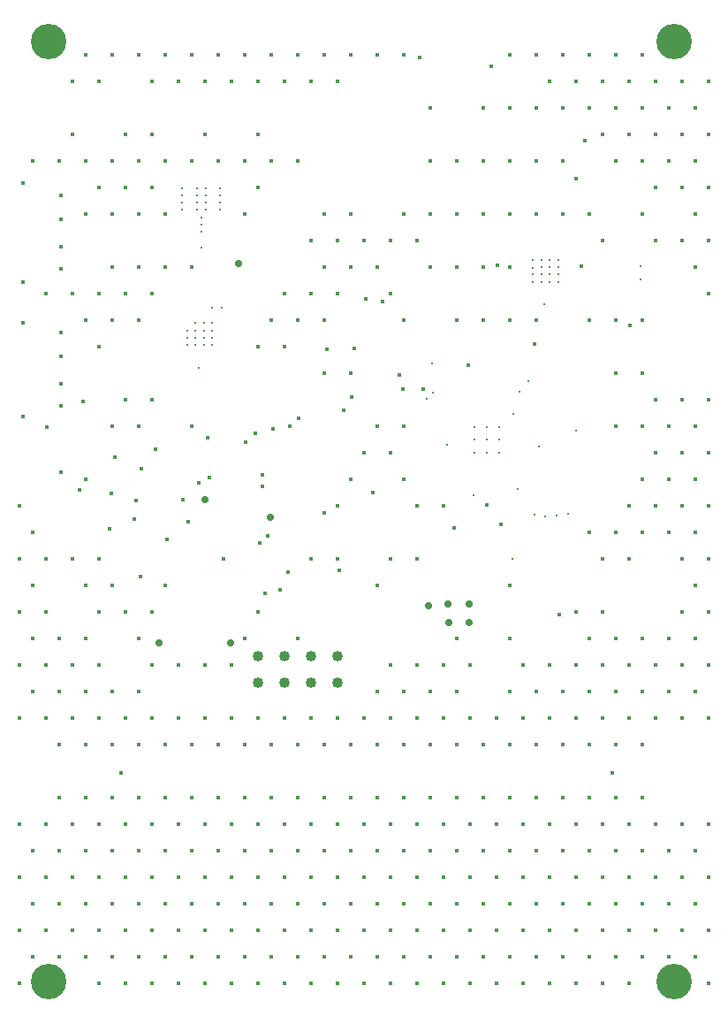
<source format=gbr>
%TF.GenerationSoftware,Altium Limited,Altium Designer,20.2.4 (192)*%
G04 Layer_Color=0*
%FSLAX25Y25*%
%MOIN*%
%TF.SameCoordinates,DD73C85C-3220-4851-94E8-9B28512026BA*%
%TF.FilePolarity,Positive*%
%TF.FileFunction,Plated,1,4,PTH,Drill*%
%TF.Part,Single*%
G01*
G75*
%TA.AperFunction,ComponentDrill*%
%ADD138C,0.13386*%
%ADD139C,0.04000*%
%TA.AperFunction,ViaDrill,NotFilled*%
%ADD140C,0.01181*%
%ADD141C,0.01299*%
%ADD142C,0.01575*%
%ADD143C,0.02800*%
D138*
X255906Y19685D02*
D03*
X19685D02*
D03*
X255906Y374016D02*
D03*
X19685D02*
D03*
D139*
X98779Y142358D02*
D03*
Y132358D02*
D03*
X108780Y142358D02*
D03*
Y132358D02*
D03*
X118780Y142358D02*
D03*
Y132358D02*
D03*
X128779Y142358D02*
D03*
Y132358D02*
D03*
D140*
X206835Y275208D02*
D03*
X202512Y291886D02*
D03*
X205660Y286375D02*
D03*
X208809D02*
D03*
Y283619D02*
D03*
X205660D02*
D03*
Y289131D02*
D03*
X208809D02*
D03*
Y291886D02*
D03*
X202510Y283619D02*
D03*
Y286375D02*
D03*
X205660Y291886D02*
D03*
X202512Y288963D02*
D03*
X211959Y291886D02*
D03*
Y286375D02*
D03*
Y289131D02*
D03*
Y283619D02*
D03*
X85039Y273720D02*
D03*
X81496D02*
D03*
X76378Y251218D02*
D03*
X81496Y259782D02*
D03*
Y265293D02*
D03*
Y262537D02*
D03*
Y268048D02*
D03*
X72215Y265126D02*
D03*
X75197Y268048D02*
D03*
X72047Y262537D02*
D03*
Y259782D02*
D03*
X78347Y268048D02*
D03*
Y265293D02*
D03*
X75197D02*
D03*
Y259782D02*
D03*
X78347D02*
D03*
Y262537D02*
D03*
X75197D02*
D03*
X77362Y296457D02*
D03*
X77362Y305118D02*
D03*
Y302362D02*
D03*
Y307874D02*
D03*
X84350Y318896D02*
D03*
Y316142D02*
D03*
Y310630D02*
D03*
Y313386D02*
D03*
X70276Y318896D02*
D03*
Y316142D02*
D03*
Y310630D02*
D03*
Y313386D02*
D03*
X75732D02*
D03*
X79150D02*
D03*
Y310630D02*
D03*
X75732D02*
D03*
Y316142D02*
D03*
X79150D02*
D03*
Y318896D02*
D03*
X75732D02*
D03*
X194685Y179007D02*
D03*
X164567Y252770D02*
D03*
X164732Y241917D02*
D03*
X218898Y227319D02*
D03*
X194980Y233815D02*
D03*
X207087Y195232D02*
D03*
X202953Y195823D02*
D03*
X211559Y195626D02*
D03*
X215748Y196019D02*
D03*
X162598Y239327D02*
D03*
X196795Y205523D02*
D03*
X180260Y203075D02*
D03*
X204866Y221382D02*
D03*
X200929Y246185D02*
D03*
X197583Y242105D02*
D03*
X170024Y222169D02*
D03*
D141*
X243110Y289327D02*
D03*
Y284602D02*
D03*
X180315Y228697D02*
D03*
X185039D02*
D03*
X189764D02*
D03*
X180315Y223972D02*
D03*
X185039D02*
D03*
X189764D02*
D03*
X180315Y219248D02*
D03*
X185039D02*
D03*
X189764D02*
D03*
D142*
X19089Y228948D02*
D03*
X24409Y245215D02*
D03*
Y255451D02*
D03*
Y236706D02*
D03*
X10214Y232710D02*
D03*
X24409Y264506D02*
D03*
X10214Y268048D02*
D03*
X10258Y320866D02*
D03*
X24409Y316142D02*
D03*
X10258Y283465D02*
D03*
X24409Y288342D02*
D03*
Y307087D02*
D03*
Y296850D02*
D03*
X268779Y358972D02*
D03*
Y338972D02*
D03*
Y318972D02*
D03*
Y298972D02*
D03*
Y278972D02*
D03*
Y238972D02*
D03*
Y218972D02*
D03*
Y198972D02*
D03*
Y178972D02*
D03*
Y158972D02*
D03*
Y138972D02*
D03*
Y118972D02*
D03*
Y78972D02*
D03*
Y58972D02*
D03*
Y38972D02*
D03*
Y18972D02*
D03*
X258780Y358972D02*
D03*
X263779Y348972D02*
D03*
X258780Y338972D02*
D03*
X263779Y328972D02*
D03*
X258780Y318972D02*
D03*
X263779Y308972D02*
D03*
X258780Y298972D02*
D03*
X263779Y288972D02*
D03*
X258780Y238972D02*
D03*
X263779Y228972D02*
D03*
X258780Y218972D02*
D03*
X263779Y208972D02*
D03*
X258780Y198972D02*
D03*
X263779Y188972D02*
D03*
X258780Y178972D02*
D03*
X263779Y168972D02*
D03*
X258780Y158972D02*
D03*
X263779Y148972D02*
D03*
X258780Y138972D02*
D03*
X263779Y128972D02*
D03*
X258780Y118972D02*
D03*
Y78972D02*
D03*
X263779Y68972D02*
D03*
X258780Y58972D02*
D03*
X263779Y48972D02*
D03*
X258780Y38972D02*
D03*
X263779Y28972D02*
D03*
X248780Y358972D02*
D03*
X253780Y348972D02*
D03*
X248780Y338972D02*
D03*
X253780Y328972D02*
D03*
X248780Y318972D02*
D03*
Y298972D02*
D03*
Y238972D02*
D03*
X253780Y228972D02*
D03*
X248780Y218972D02*
D03*
X253780Y208972D02*
D03*
X248780Y198972D02*
D03*
X253780Y188972D02*
D03*
Y148972D02*
D03*
X248780Y138972D02*
D03*
X253780Y128972D02*
D03*
X248780Y118972D02*
D03*
Y78972D02*
D03*
X253780Y68972D02*
D03*
X248780Y58972D02*
D03*
X253780Y48972D02*
D03*
X248780Y38972D02*
D03*
X253780Y28972D02*
D03*
X243779Y368972D02*
D03*
X238779Y358972D02*
D03*
X243779Y348972D02*
D03*
X238779Y338972D02*
D03*
X243779Y328972D02*
D03*
Y308972D02*
D03*
Y268972D02*
D03*
Y248972D02*
D03*
Y228972D02*
D03*
Y208972D02*
D03*
X238779Y198972D02*
D03*
X243779Y188972D02*
D03*
X238779Y178972D02*
D03*
X243779Y148972D02*
D03*
X238779Y138972D02*
D03*
X243779Y128972D02*
D03*
X238779Y118972D02*
D03*
X243779Y108972D02*
D03*
Y88972D02*
D03*
X238779Y78972D02*
D03*
X243779Y68972D02*
D03*
X238779Y58972D02*
D03*
X243779Y48972D02*
D03*
X238779Y38972D02*
D03*
X243779Y28972D02*
D03*
X238779Y18972D02*
D03*
X233780Y368972D02*
D03*
X228780Y358972D02*
D03*
X233780Y348972D02*
D03*
X228780Y338972D02*
D03*
X233780Y328972D02*
D03*
X228780Y298972D02*
D03*
X233780Y268972D02*
D03*
Y248972D02*
D03*
Y228972D02*
D03*
Y188972D02*
D03*
X228780Y178972D02*
D03*
Y158972D02*
D03*
X233780Y148972D02*
D03*
X228780Y138972D02*
D03*
X233780Y128972D02*
D03*
X228780Y118972D02*
D03*
X233780Y108972D02*
D03*
Y88972D02*
D03*
X228780Y78972D02*
D03*
X233780Y68972D02*
D03*
X228780Y58972D02*
D03*
X233780Y48972D02*
D03*
X228780Y38972D02*
D03*
X233780Y28972D02*
D03*
X228780Y18972D02*
D03*
X223780Y368972D02*
D03*
X218779Y358972D02*
D03*
X223780Y348972D02*
D03*
Y308972D02*
D03*
Y268972D02*
D03*
Y188972D02*
D03*
X218779Y158972D02*
D03*
X223780Y148972D02*
D03*
X218779Y138972D02*
D03*
X223780Y128972D02*
D03*
X218779Y118972D02*
D03*
X223780Y108972D02*
D03*
Y88972D02*
D03*
X218779Y78972D02*
D03*
X223780Y68972D02*
D03*
X218779Y58972D02*
D03*
X223780Y48972D02*
D03*
X218779Y38972D02*
D03*
X223780Y28972D02*
D03*
X218779Y18972D02*
D03*
X213779Y368972D02*
D03*
X208780Y358972D02*
D03*
X213779Y348972D02*
D03*
Y328972D02*
D03*
Y308972D02*
D03*
X208780Y138972D02*
D03*
X213779Y128972D02*
D03*
X208780Y118972D02*
D03*
X213779Y108972D02*
D03*
Y88972D02*
D03*
X208780Y78972D02*
D03*
X213779Y68972D02*
D03*
X208780Y58972D02*
D03*
X213779Y48972D02*
D03*
X208780Y38972D02*
D03*
X213779Y28972D02*
D03*
X208780Y18972D02*
D03*
X203780Y368972D02*
D03*
Y348972D02*
D03*
Y328972D02*
D03*
Y308972D02*
D03*
Y268972D02*
D03*
X198779Y138972D02*
D03*
X203780Y128972D02*
D03*
X198779Y118972D02*
D03*
X203780Y108972D02*
D03*
Y88972D02*
D03*
X198779Y78972D02*
D03*
X203780Y68972D02*
D03*
X198779Y58972D02*
D03*
X203780Y48972D02*
D03*
X198779Y38972D02*
D03*
X203780Y28972D02*
D03*
X198779Y18972D02*
D03*
X193780Y368972D02*
D03*
Y348972D02*
D03*
Y328972D02*
D03*
Y308972D02*
D03*
Y288972D02*
D03*
Y268972D02*
D03*
Y168972D02*
D03*
Y148972D02*
D03*
Y128972D02*
D03*
X188779Y118972D02*
D03*
X193780Y108972D02*
D03*
Y88972D02*
D03*
X188779Y78972D02*
D03*
X193780Y68972D02*
D03*
X188779Y58972D02*
D03*
X193780Y48972D02*
D03*
X188779Y38972D02*
D03*
X193780Y28972D02*
D03*
X188779Y18972D02*
D03*
X183780Y348972D02*
D03*
Y328972D02*
D03*
Y308972D02*
D03*
Y288972D02*
D03*
Y268972D02*
D03*
X178779Y138972D02*
D03*
Y118972D02*
D03*
X183780Y108972D02*
D03*
Y88972D02*
D03*
X178779Y78972D02*
D03*
X183780Y68972D02*
D03*
X178779Y58972D02*
D03*
X183780Y48972D02*
D03*
X178779Y38972D02*
D03*
X183780Y28972D02*
D03*
X178779Y18972D02*
D03*
X173779Y328972D02*
D03*
Y308972D02*
D03*
Y288972D02*
D03*
Y268972D02*
D03*
X168780Y198972D02*
D03*
X173779Y148972D02*
D03*
X168780Y138972D02*
D03*
X173779Y128972D02*
D03*
X168780Y118972D02*
D03*
X173779Y108972D02*
D03*
Y88972D02*
D03*
X168780Y78972D02*
D03*
X173779Y68972D02*
D03*
X168780Y58972D02*
D03*
X173779Y48972D02*
D03*
X168780Y38972D02*
D03*
X173779Y28972D02*
D03*
X168780Y18972D02*
D03*
X163779Y348972D02*
D03*
Y328972D02*
D03*
Y308972D02*
D03*
X158780Y298972D02*
D03*
X163779Y288972D02*
D03*
X158780Y198972D02*
D03*
Y178972D02*
D03*
Y138972D02*
D03*
X163779Y128972D02*
D03*
X158780Y118972D02*
D03*
X163779Y108972D02*
D03*
Y88972D02*
D03*
X158780Y78972D02*
D03*
X163779Y68972D02*
D03*
X158780Y58972D02*
D03*
X163779Y48972D02*
D03*
X158780Y38972D02*
D03*
X163779Y28972D02*
D03*
X158780Y18972D02*
D03*
X153779Y368972D02*
D03*
Y308972D02*
D03*
X148779Y298972D02*
D03*
Y278972D02*
D03*
X153779Y268972D02*
D03*
Y228972D02*
D03*
X148779Y218972D02*
D03*
X153779Y208972D02*
D03*
X148779Y178972D02*
D03*
Y138972D02*
D03*
X153779Y128972D02*
D03*
X148779Y118972D02*
D03*
X153779Y108972D02*
D03*
Y88972D02*
D03*
X148779Y78972D02*
D03*
X153779Y68972D02*
D03*
X148779Y58972D02*
D03*
X153779Y48972D02*
D03*
X148779Y38972D02*
D03*
X153779Y28972D02*
D03*
X148779Y18972D02*
D03*
X143780Y368972D02*
D03*
X138779Y298972D02*
D03*
X143780Y288972D02*
D03*
Y228972D02*
D03*
X138779Y218972D02*
D03*
X143780Y168972D02*
D03*
Y128972D02*
D03*
X138779Y118972D02*
D03*
X143780Y108972D02*
D03*
Y88972D02*
D03*
X138779Y78972D02*
D03*
X143780Y68972D02*
D03*
X138779Y58972D02*
D03*
X143780Y48972D02*
D03*
X138779Y38972D02*
D03*
X143780Y28972D02*
D03*
X138779Y18972D02*
D03*
X133780Y368972D02*
D03*
X128779Y358972D02*
D03*
X133780Y308972D02*
D03*
X128779Y298972D02*
D03*
X133780Y288972D02*
D03*
X128779Y278972D02*
D03*
X133780Y248972D02*
D03*
Y208972D02*
D03*
X128779Y198972D02*
D03*
Y178972D02*
D03*
Y118972D02*
D03*
X133780Y108972D02*
D03*
Y88972D02*
D03*
X128779Y78972D02*
D03*
X133780Y68972D02*
D03*
X128779Y58972D02*
D03*
X133780Y48972D02*
D03*
X128779Y38972D02*
D03*
X133780Y28972D02*
D03*
X128779Y18972D02*
D03*
X123779Y368972D02*
D03*
X118780Y358972D02*
D03*
X123779Y308972D02*
D03*
X118780Y298972D02*
D03*
X123779Y288972D02*
D03*
X118780Y278972D02*
D03*
X123779Y268972D02*
D03*
Y248972D02*
D03*
X118780Y178972D02*
D03*
Y118972D02*
D03*
X123779Y108972D02*
D03*
Y88972D02*
D03*
X118780Y78972D02*
D03*
X123779Y68972D02*
D03*
X118780Y58972D02*
D03*
X123779Y48972D02*
D03*
X118780Y38972D02*
D03*
X123779Y28972D02*
D03*
X118780Y18972D02*
D03*
X113779Y368972D02*
D03*
X108780Y358972D02*
D03*
X113779Y328972D02*
D03*
X108780Y278972D02*
D03*
X113779Y268972D02*
D03*
X108780Y258972D02*
D03*
X113779Y148972D02*
D03*
X108780Y118972D02*
D03*
X113779Y108972D02*
D03*
Y88972D02*
D03*
X108780Y78972D02*
D03*
X113779Y68972D02*
D03*
X108780Y58972D02*
D03*
X113779Y48972D02*
D03*
X108780Y38972D02*
D03*
X113779Y28972D02*
D03*
X108780Y18972D02*
D03*
X103779Y368972D02*
D03*
X98779Y358972D02*
D03*
Y338972D02*
D03*
X103779Y328972D02*
D03*
X98779Y318972D02*
D03*
X103779Y268972D02*
D03*
X98779Y258972D02*
D03*
Y158972D02*
D03*
Y118972D02*
D03*
X103779Y108972D02*
D03*
Y88972D02*
D03*
X98779Y78972D02*
D03*
X103779Y68972D02*
D03*
X98779Y58972D02*
D03*
X103779Y48972D02*
D03*
X98779Y38972D02*
D03*
X103779Y28972D02*
D03*
X98779Y18972D02*
D03*
X93779Y368972D02*
D03*
X88779Y358972D02*
D03*
X93779Y328972D02*
D03*
Y308972D02*
D03*
Y148972D02*
D03*
X88779Y138972D02*
D03*
Y118972D02*
D03*
X93779Y108972D02*
D03*
Y88972D02*
D03*
X88779Y78972D02*
D03*
X93779Y68972D02*
D03*
X88779Y58972D02*
D03*
X93779Y48972D02*
D03*
X88779Y38972D02*
D03*
X93779Y28972D02*
D03*
X88779Y18972D02*
D03*
X83780Y368972D02*
D03*
X78780Y358972D02*
D03*
Y338972D02*
D03*
X83780Y328972D02*
D03*
X78780Y138972D02*
D03*
Y118972D02*
D03*
X83780Y108972D02*
D03*
Y88972D02*
D03*
X78780Y78972D02*
D03*
X83780Y68972D02*
D03*
X78780Y58972D02*
D03*
X83780Y48972D02*
D03*
X78780Y38972D02*
D03*
X83780Y28972D02*
D03*
X78780Y18972D02*
D03*
X73779Y368972D02*
D03*
X68779Y358972D02*
D03*
X73779Y328972D02*
D03*
Y288972D02*
D03*
Y228972D02*
D03*
X68779Y138972D02*
D03*
Y118972D02*
D03*
X73779Y108972D02*
D03*
Y88972D02*
D03*
X68779Y78972D02*
D03*
X73779Y68972D02*
D03*
X68779Y58972D02*
D03*
X73779Y48972D02*
D03*
X68779Y38972D02*
D03*
X73779Y28972D02*
D03*
X68779Y18972D02*
D03*
X63779Y368972D02*
D03*
X58780Y358972D02*
D03*
Y338972D02*
D03*
X63779Y328972D02*
D03*
X58780Y318972D02*
D03*
X63779Y308972D02*
D03*
Y288972D02*
D03*
X58780Y278972D02*
D03*
Y238972D02*
D03*
X63779Y168972D02*
D03*
X58780Y158972D02*
D03*
Y138972D02*
D03*
Y118972D02*
D03*
X63779Y108972D02*
D03*
Y88972D02*
D03*
X58780Y78972D02*
D03*
X63779Y68972D02*
D03*
X58780Y58972D02*
D03*
X63779Y48972D02*
D03*
X58780Y38972D02*
D03*
X63779Y28972D02*
D03*
X58780Y18972D02*
D03*
X53780Y368972D02*
D03*
X48779Y338972D02*
D03*
X53780Y328972D02*
D03*
X48779Y318972D02*
D03*
X53780Y308972D02*
D03*
Y288972D02*
D03*
X48779Y278972D02*
D03*
X53780Y268972D02*
D03*
X48779Y238972D02*
D03*
X53780Y228972D02*
D03*
X48779Y158972D02*
D03*
X53780Y148972D02*
D03*
Y128972D02*
D03*
X48779Y118972D02*
D03*
X53780Y108972D02*
D03*
Y88972D02*
D03*
X48779Y78972D02*
D03*
X53780Y68972D02*
D03*
X48779Y58972D02*
D03*
X53780Y48972D02*
D03*
X48779Y38972D02*
D03*
X53780Y28972D02*
D03*
X48779Y18972D02*
D03*
X43780Y368972D02*
D03*
X38780Y358972D02*
D03*
X43780Y328972D02*
D03*
X38780Y318972D02*
D03*
X43780Y308972D02*
D03*
Y288972D02*
D03*
X38780Y278972D02*
D03*
X43780Y268972D02*
D03*
X38780Y258972D02*
D03*
X43780Y228972D02*
D03*
X38780Y178972D02*
D03*
X43780Y168972D02*
D03*
X38780Y158972D02*
D03*
Y138972D02*
D03*
X43780Y128972D02*
D03*
X38780Y118972D02*
D03*
X43780Y108972D02*
D03*
Y88972D02*
D03*
X38780Y78972D02*
D03*
X43780Y68972D02*
D03*
X38780Y58972D02*
D03*
X43780Y48972D02*
D03*
X38780Y38972D02*
D03*
X43780Y28972D02*
D03*
X38780Y18972D02*
D03*
X33779Y368972D02*
D03*
X28780Y358972D02*
D03*
Y338972D02*
D03*
X33779Y328972D02*
D03*
Y308972D02*
D03*
X28780Y278972D02*
D03*
X33779Y268972D02*
D03*
Y208972D02*
D03*
X28780Y178972D02*
D03*
X33779Y168972D02*
D03*
Y148972D02*
D03*
X28780Y138972D02*
D03*
X33779Y128972D02*
D03*
X28780Y118972D02*
D03*
X33779Y108972D02*
D03*
Y88972D02*
D03*
X28780Y78972D02*
D03*
X33779Y68972D02*
D03*
X28780Y58972D02*
D03*
X33779Y48972D02*
D03*
X28780Y38972D02*
D03*
X33779Y28972D02*
D03*
X23779Y328972D02*
D03*
X18779Y278972D02*
D03*
Y178972D02*
D03*
Y158972D02*
D03*
X23779Y148972D02*
D03*
X18779Y138972D02*
D03*
X23779Y128972D02*
D03*
X18779Y118972D02*
D03*
X23779Y108972D02*
D03*
Y88972D02*
D03*
X18779Y78972D02*
D03*
X23779Y68972D02*
D03*
X18779Y58972D02*
D03*
X23779Y48972D02*
D03*
X18779Y38972D02*
D03*
X23779Y28972D02*
D03*
X13780Y328972D02*
D03*
X8779Y198972D02*
D03*
X13780Y188972D02*
D03*
X8779Y178972D02*
D03*
X13780Y168972D02*
D03*
X8779Y158972D02*
D03*
X13780Y148972D02*
D03*
X8779Y138972D02*
D03*
X13780Y128972D02*
D03*
X8779Y118972D02*
D03*
Y78972D02*
D03*
X13780Y68972D02*
D03*
X8779Y58972D02*
D03*
X13780Y48972D02*
D03*
X8779Y38972D02*
D03*
X13780Y28972D02*
D03*
X8779Y18972D02*
D03*
X32787Y238453D02*
D03*
X159843Y368010D02*
D03*
X222133Y336933D02*
D03*
X186811Y364917D02*
D03*
X232283Y98425D02*
D03*
X47244D02*
D03*
X220926Y289327D02*
D03*
X188959Y289917D02*
D03*
X218898Y322397D02*
D03*
X239173Y267279D02*
D03*
X99606Y184996D02*
D03*
X135039Y258618D02*
D03*
X202953Y260092D02*
D03*
X145669Y276193D02*
D03*
X139357Y277269D02*
D03*
X177953Y252122D02*
D03*
X131102Y235193D02*
D03*
X134252Y240114D02*
D03*
X185039Y199366D02*
D03*
X190551Y192082D02*
D03*
X79866Y224877D02*
D03*
X153543Y243035D02*
D03*
X161221Y243225D02*
D03*
X124748Y258027D02*
D03*
X94276Y222971D02*
D03*
X54921Y213244D02*
D03*
X60236Y220626D02*
D03*
X151968Y248381D02*
D03*
X142126Y204236D02*
D03*
X110925Y229090D02*
D03*
X104331Y228106D02*
D03*
X114173Y232240D02*
D03*
X43385Y203958D02*
D03*
X101378Y166098D02*
D03*
X107205Y167476D02*
D03*
X52756Y201137D02*
D03*
X212332Y158022D02*
D03*
X100591Y206452D02*
D03*
X85826Y179090D02*
D03*
X129528Y174957D02*
D03*
X100394Y210752D02*
D03*
X123819Y196332D02*
D03*
X110157Y174169D02*
D03*
X102362Y187752D02*
D03*
X80315Y209799D02*
D03*
X76575Y207905D02*
D03*
X54331Y172594D02*
D03*
X72441Y193067D02*
D03*
X64567Y186571D02*
D03*
X51968Y194248D02*
D03*
X70472Y201492D02*
D03*
X97638Y226531D02*
D03*
X31496Y205075D02*
D03*
X44685Y217476D02*
D03*
X24409Y211767D02*
D03*
X42913Y190508D02*
D03*
X172638Y190901D02*
D03*
D143*
X61456Y147382D02*
D03*
X91339Y290311D02*
D03*
X162992Y161571D02*
D03*
X178543Y155271D02*
D03*
X170669D02*
D03*
X103362Y194658D02*
D03*
X78716Y201334D02*
D03*
X178543Y161964D02*
D03*
X170473D02*
D03*
X88386Y147382D02*
D03*
%TF.MD5,2a5b3c70863e248bcb06517422d9587d*%
M02*

</source>
